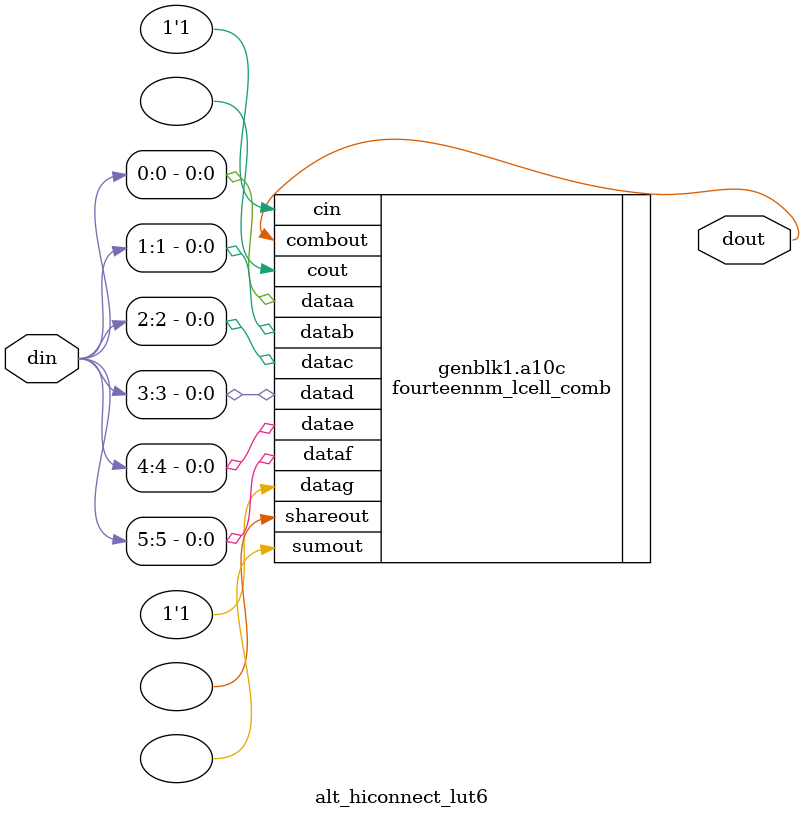
<source format=v>


module alt_hiconnect_lut6 #(
    parameter MASK = 64'h80000000_00000000,
    parameter SIM_EMULATE = 1'b0
) (
    input [5:0] din,
    output dout
);

generate
    if (SIM_EMULATE) begin
        assign dout = MASK [din];
    end else begin
        //Note: the S5 cell is 99% the same, and compatible
        //stratixv_lcell_comb a10c (
 
        fourteennm_lcell_comb a10c (
            .dataa (din[0]),
            .datab (din[1]),
            .datac (din[2]),
            .datad (din[3]),
            .datae (din[4]),
            .dataf (din[5]),
            .datag(1'b1),
            
            .cin(1'b1),
            
            
            // synthesis translate_off
            // this is for stratix 10 (fourteen) but not the others
            .datah(1'b1),
                        
            // this does not exist in S10, but is partially there in the models right this second
            .sharein(1'b0),
            // synthesis translate_on
            
            .sumout(),.cout(),.shareout(),
            .combout(dout)
        );
        defparam a10c .lut_mask = MASK;
        defparam a10c .shared_arith = "off";
        defparam a10c .extended_lut = "off";
    end
endgenerate

endmodule

</source>
